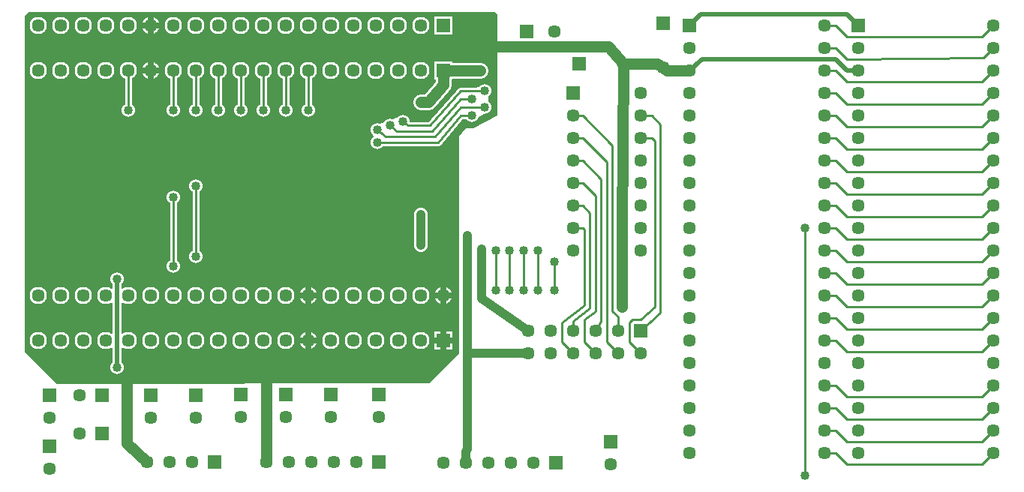
<source format=gbl>
%FSLAX46Y46*%
%MOIN*%
G01*
G75*
%ADD10C,0.040000*%
%ADD11C,0.060000*%
%ADD12C,0.057000*%
%ADD13C,0.077000*%
%AMTPC14*21,1,0.079000,0.028500,0.0,0.0,-90.000000*21,1,0.028500,0.079000,0.0,0.0,-90.000000*%
%ADD14TPC14*%
%AMTPC15*21,1,0.079000,0.028500,0.0,0.0,-270.000000*21,1,0.028500,0.079000,0.0,0.0,-270.000000*%
%ADD15TPC15*%
%AMRECT16*21,1,0.057000,0.057000,0.0,0.0,0.000000*%
%ADD16RECT16*%
%AMRECT17*21,1,0.077000,0.077000,0.0,0.0,0.000000*%
%ADD17RECT17*%
%AMRECT18*21,1,0.057000,0.057000,0.0,0.0,-90.000000*%
%ADD18RECT18*%
%AMRECT19*21,1,0.077000,0.077000,0.0,0.0,-90.000000*%
%ADD19RECT19*%
%AMRECT20*21,1,0.057000,0.057000,0.0,0.0,-180.000000*%
%ADD20RECT20*%
%AMRECT21*21,1,0.077000,0.077000,0.0,0.0,-180.000000*%
%ADD21RECT21*%
%AMRECT22*21,1,0.057000,0.057000,0.0,0.0,-270.000000*%
%ADD22RECT22*%
%AMRECT23*21,1,0.077000,0.077000,0.0,0.0,-270.000000*%
%ADD23RECT23*%
%ADD24C,0.010000*%
%ADD25C,0.030000*%
%ADD26C,0.020000*%
%ADD27C,0.040000*%
%ADD28C,0.050000*%
%ADD29C,0.070000*%
G01X1962500Y1662500D02*
G36*
X1962500Y700000D01*
X1831250Y568750D01*
X175000Y562500D01*
X31250Y706250D01*
X31250Y2200000D01*
X50000Y2218750D01*
X2118750Y2218750D01*
X2131250Y2206250D01*
X2131250Y1756250D01*
X2025000Y1700000D01*
X1993750Y1700000D01*
X1962500Y1662500D01*
G37*
%LPC*%
G01X1962500Y1756250D02*
G36*
X2037500Y1743750D01*
X2093750Y1775000D01*
X2093750Y1887500D01*
X1962500Y1875000D01*
X1962500Y1756250D01*
G37*
G01X481250Y987500D02*
G36*
X481250Y925000D01*
X406250Y925000D01*
X406250Y987500D01*
X481250Y987500D01*
G37*
G01X1750000Y1631250D02*
G36*
X1587500Y1631250D01*
X1575000Y1706250D01*
X1712500Y1756250D01*
X1750000Y1725000D01*
X1750000Y1631250D01*
G37*
G01X481250Y787500D02*
G36*
X481250Y725000D01*
X406250Y725000D01*
X406250Y787500D01*
X481250Y787500D01*
G37*
D11*
X1093750Y1781250D03*
X2187500Y981250D03*
X1193750Y1781250D03*
X443750Y1031250D03*
X2018750Y1756250D03*
X2125000Y981250D03*
X793750Y1131250D03*
X1293750Y1781250D03*
X2056250Y1956250D03*
X2250000Y981250D03*
X1793750Y1318750D03*
X3500000Y156250D03*
X693750Y1087500D03*
X1656250Y1712500D03*
X2187500Y1156250D03*
X1793750Y1818750D03*
X443750Y637500D03*
X3500000Y1256250D03*
X2000000Y1225000D03*
X2018750Y1831250D03*
X1600000Y1693750D03*
X1712500Y1731250D03*
X693750Y1781250D03*
X793750Y1781250D03*
X1600000Y1637500D03*
X893750Y1781250D03*
X2312500Y981250D03*
X1793750Y1181250D03*
X2387500Y981250D03*
X2387500Y1106250D03*
X2687500Y1156250D03*
X2075000Y1793750D03*
X2687500Y906250D03*
X2062500Y1162500D03*
X993750Y1781250D03*
X793750Y1443750D03*
X2250000Y1156250D03*
X2312500Y1156250D03*
X2075000Y1868750D03*
X693750Y1393750D03*
X493750Y1781250D03*
X2125000Y1156250D03*
D13*
X3587500Y2156250D03*
X2768750Y1656250D03*
X3587500Y1656250D03*
X2768750Y1256250D03*
X3587500Y1756250D03*
X4337500Y256250D03*
X3587500Y956250D03*
X3587500Y856250D03*
X2868750Y1970325D03*
X143750Y187500D03*
X3587500Y556250D03*
X3587500Y2056250D03*
X2768750Y1456250D03*
X993750Y418750D03*
X793750Y412500D03*
X3587500Y256250D03*
X4337500Y1756250D03*
X2768750Y1156250D03*
X4337500Y1856250D03*
X3587500Y356250D03*
X4337500Y2156250D03*
X2768750Y1556250D03*
X4337500Y1456250D03*
X4337500Y2056250D03*
X4337500Y756250D03*
X1606250Y418750D03*
X3587500Y1856250D03*
X143750Y412500D03*
X4337500Y1256250D03*
X4337500Y556250D03*
X2637500Y206250D03*
X1393750Y418750D03*
X4337500Y956250D03*
X4337500Y1556250D03*
X3587500Y1456250D03*
X3587500Y756250D03*
X4337500Y1956250D03*
X3587500Y656250D03*
X3587500Y1056250D03*
X3587500Y1956250D03*
X2768750Y1756250D03*
X3587500Y1556250D03*
X4337500Y456250D03*
X1193750Y418750D03*
X3587500Y1256250D03*
X3587500Y1156250D03*
X2768750Y1856250D03*
X4337500Y656250D03*
X4337500Y1156250D03*
X593750Y412500D03*
X3587500Y456250D03*
X4337500Y1356250D03*
X3587500Y1356250D03*
X4337500Y1056250D03*
X4337500Y1656250D03*
X4337500Y356250D03*
X4337500Y856250D03*
X2768750Y1356250D03*
X93750Y756250D03*
X1193750Y956250D03*
X193750Y756250D03*
X775000Y218750D03*
X193750Y956250D03*
X1593750Y956250D03*
X2568750Y700000D03*
X1293750Y2156250D03*
X793750Y756250D03*
X1793750Y956250D03*
X1093750Y2156250D03*
X593750Y2156250D03*
X493750Y2156250D03*
X2093750Y212500D03*
X2668750Y700000D03*
X1493750Y2156250D03*
X493750Y956250D03*
X93750Y2156250D03*
X1893750Y212500D03*
X275000Y512500D03*
X1506250Y218750D03*
X1293750Y956250D03*
X1793750Y2156250D03*
X1493750Y756250D03*
X1406250Y218750D03*
X593750Y756250D03*
X993750Y2156250D03*
X1206250Y218750D03*
X575000Y218750D03*
X493750Y756250D03*
X293750Y956250D03*
X893750Y956250D03*
X275000Y343750D03*
X693750Y756250D03*
X793750Y956250D03*
X2293750Y212500D03*
X1193750Y2156250D03*
X1306250Y218750D03*
X2468750Y700000D03*
X2768750Y700000D03*
X1393750Y756250D03*
X393750Y756250D03*
X2193750Y212500D03*
X693750Y956250D03*
X1193750Y756250D03*
X675000Y218750D03*
X1593750Y756250D03*
X193750Y2156250D03*
X393750Y2156250D03*
X993750Y756250D03*
X2268750Y700000D03*
X593750Y956250D03*
X1393750Y956250D03*
X1993750Y212500D03*
X1593750Y2156250D03*
X1293750Y756250D03*
X1493750Y956250D03*
X693750Y2156250D03*
X1093750Y756250D03*
X893750Y756250D03*
X1693750Y756250D03*
X1793750Y756250D03*
X393750Y956250D03*
X1393750Y2156250D03*
X1106250Y218750D03*
X1893750Y956250D03*
X293750Y2156250D03*
X93750Y956250D03*
X2368750Y700000D03*
X993750Y956250D03*
X1693750Y956250D03*
X793750Y2156250D03*
X293750Y756250D03*
X1093750Y956250D03*
X1693750Y2156250D03*
X893750Y2156250D03*
X3737500Y556250D03*
X3737500Y1956250D03*
X2987500Y856250D03*
X2468750Y1256250D03*
X3737500Y356250D03*
X2987500Y1856250D03*
X3737500Y1456250D03*
X2987500Y1156250D03*
X3737500Y756250D03*
X2987500Y1756250D03*
X2468750Y1656250D03*
X2987500Y656250D03*
X3737500Y1556250D03*
X3737500Y1656250D03*
X3737500Y1156250D03*
X2468750Y1456250D03*
X3737500Y456250D03*
X3737500Y1056250D03*
X2987500Y456250D03*
X2987500Y1356250D03*
X2987500Y756250D03*
X3737500Y1856250D03*
X3737500Y1756250D03*
X2987500Y956250D03*
X3737500Y856250D03*
X2987500Y1056250D03*
X2987500Y556250D03*
X2987500Y256250D03*
X2987500Y356250D03*
X2987500Y1456250D03*
X3737500Y256250D03*
X2468750Y1356250D03*
X2987500Y1656250D03*
X3737500Y1256250D03*
X3737500Y656250D03*
X2987500Y2056250D03*
X2987500Y1256250D03*
X3737500Y1356250D03*
X2468750Y1156250D03*
X2468750Y1556250D03*
X3737500Y2056250D03*
X2987500Y1556250D03*
X2468750Y1756250D03*
X2987500Y1956250D03*
X3737500Y956250D03*
X2368750Y800000D03*
X293750Y1956250D03*
X1193750Y1956250D03*
X2668750Y800000D03*
X1493750Y1956250D03*
X1793750Y1956250D03*
X1593750Y1956250D03*
X2692175Y1987500D03*
X493750Y1956250D03*
X2268750Y800000D03*
X2387500Y2131250D03*
X93750Y1956250D03*
X2468750Y800000D03*
X693750Y1956250D03*
X1693750Y1956250D03*
X2568750Y800000D03*
X1393750Y1956250D03*
X1293750Y1956250D03*
X593750Y1956250D03*
X993750Y1956250D03*
X1093750Y1956250D03*
X393750Y1956250D03*
X893750Y1956250D03*
X193750Y1956250D03*
X793750Y1956250D03*
D17*
X1193750Y518750D03*
X1393750Y518750D03*
X2637500Y306250D03*
X143750Y512500D03*
X593750Y512500D03*
X993750Y518750D03*
X1606250Y518750D03*
X2868750Y2167175D03*
X793750Y512500D03*
X143750Y287500D03*
D19*
X875000Y218750D03*
X2393750Y212500D03*
X375000Y343750D03*
X375000Y512500D03*
X1606250Y218750D03*
X1893750Y2156250D03*
X1893750Y756250D03*
D21*
X2987500Y2156250D03*
X2468750Y1856250D03*
X3737500Y2156250D03*
D23*
X2495325Y1987500D03*
X1893750Y1956250D03*
X2768750Y800000D03*
X2262500Y2131250D03*
D25*
X2512500Y1356250D02*
X2543750Y1325000D01*
X2831250Y1643750D02*
X2831250Y906250D01*
X2718750Y750000D02*
X2768750Y700000D01*
X3637500Y556250D02*
X3687500Y506250D01*
X1968750Y1756250D02*
X1868750Y1637500D01*
X3587500Y1156250D02*
X3637500Y1156250D01*
X2518750Y850000D02*
X2518750Y750000D01*
X2418750Y750000D02*
X2468750Y700000D01*
X2593750Y843750D02*
X2568750Y800000D01*
X2768750Y1656250D02*
X2818750Y1656250D01*
X3587500Y2056250D02*
X3637500Y2056250D01*
X3637500Y856250D02*
X3687500Y806250D01*
X3687500Y406250D02*
X4287500Y406250D01*
X3587500Y1056250D02*
X3637500Y1056250D01*
X3637500Y356250D02*
X3687500Y306250D01*
X2468750Y1756250D02*
X2512500Y1756250D01*
X2818750Y1656250D02*
X2831250Y1643750D01*
X2187500Y1156250D02*
X2187500Y981250D01*
X4287500Y1706250D02*
X4337500Y1756250D01*
X3637500Y956250D02*
X3687500Y906250D01*
X2818750Y1756250D02*
X2856250Y1718750D01*
X3587500Y256250D02*
X3637500Y256250D01*
X1831250Y1712500D02*
X1737500Y1712500D01*
X3637500Y1956250D02*
X3687500Y1906250D01*
X2518750Y912500D02*
X2418750Y837500D01*
X3687500Y1306250D02*
X4287500Y1306250D01*
X2568750Y1400000D02*
X2568750Y887500D01*
X3687500Y1906250D02*
X4287500Y1906250D01*
X493750Y1781250D02*
X493750Y1956250D01*
X3687500Y1706250D02*
X4287500Y1706250D01*
X3500000Y1256250D02*
X3500000Y156250D01*
X2718750Y837500D02*
X2718750Y750000D01*
X3587500Y956250D02*
X3637500Y956250D01*
X3687500Y906250D02*
X4287500Y906250D01*
X4287500Y1606250D02*
X4337500Y1656250D01*
X3637500Y1756250D02*
X3687500Y1706250D01*
X2643750Y887500D02*
X2668750Y862500D01*
X2543750Y1325000D02*
X2543750Y900000D01*
X3637500Y456250D02*
X3687500Y406250D01*
X793750Y1781250D02*
X793750Y1956250D01*
X1843750Y1687500D02*
X1687500Y1687500D01*
X2468750Y843750D02*
X2468750Y800000D01*
X4287500Y806250D02*
X4337500Y856250D01*
X2075000Y1793750D02*
X1968750Y1793750D01*
X3637500Y2156250D02*
X3687500Y2106250D01*
X4287500Y906250D02*
X4337500Y956250D01*
X2643750Y1625000D02*
X2643750Y887500D01*
X3587500Y1356250D02*
X3637500Y1356250D01*
X2075000Y1868750D02*
X1968750Y1868750D01*
X4287500Y706250D02*
X4337500Y756250D01*
X2018750Y1756250D02*
X1968750Y1756250D01*
X3687500Y2006250D02*
X4293750Y2012500D01*
X2856250Y881250D02*
X2768750Y800000D01*
X3687500Y1206250D02*
X4287500Y1206250D01*
X3587500Y1656250D02*
X3637500Y1656250D01*
X3587500Y456250D02*
X3637500Y456250D01*
X3637500Y756250D02*
X3687500Y706250D01*
X2418750Y837500D02*
X2418750Y750000D01*
X3637500Y1656250D02*
X3687500Y1606250D01*
X3587500Y856250D02*
X3637500Y856250D01*
X3687500Y1506250D02*
X4287500Y1506250D01*
X1293750Y1956250D02*
X1293750Y1781250D01*
X4293750Y2012500D02*
X4337500Y2056250D01*
X2512500Y1556250D02*
X2593750Y1475000D01*
X3587500Y1456250D02*
X3637500Y1456250D01*
X4287500Y1406250D02*
X4337500Y1456250D01*
X793750Y1131250D02*
X793750Y1443750D01*
X1093750Y1781250D02*
X1093750Y1956250D01*
X693750Y1781250D02*
X693750Y1956250D01*
X3687500Y1406250D02*
X4287500Y1406250D01*
X2518750Y750000D02*
X2568750Y700000D01*
X2250000Y1156250D02*
X2250000Y981250D01*
X3637500Y1456250D02*
X3687500Y1406250D01*
X1856250Y1662500D02*
X1637500Y1662500D01*
X2468750Y1456250D02*
X2512500Y1456250D01*
X3587500Y1956250D02*
X3637500Y1956250D01*
X2593750Y1475000D02*
X2593750Y843750D01*
X2125000Y981250D02*
X2125000Y1156250D01*
X4287500Y1206250D02*
X4337500Y1256250D01*
X4287500Y1906250D02*
X4337500Y1956250D01*
X1737500Y1712500D02*
X1712500Y1731250D01*
X2668750Y862500D02*
X2668750Y800000D01*
X2618750Y1550000D02*
X2618750Y750000D01*
X3637500Y1556250D02*
X3687500Y1506250D01*
X2018750Y1831250D02*
X1968750Y1831250D01*
X4287500Y1306250D02*
X4337500Y1356250D01*
X3687500Y2106250D02*
X4287500Y2106250D01*
X4287500Y206250D02*
X4337500Y256250D01*
X2618750Y750000D02*
X2668750Y700000D01*
X3587500Y1556250D02*
X3637500Y1556250D01*
X2768750Y850000D02*
X2731250Y850000D01*
X3687500Y1006250D02*
X4287500Y1006250D01*
X2512500Y1756250D02*
X2643750Y1625000D01*
X2512500Y1456250D02*
X2568750Y1400000D01*
X4287500Y2106250D02*
X4337500Y2156250D01*
X1193750Y1781250D02*
X1193750Y1956250D01*
X3687500Y706250D02*
X4287500Y706250D01*
X3587500Y1856250D02*
X3637500Y1856250D01*
X1968750Y1868750D02*
X1831250Y1712500D01*
X3687500Y306250D02*
X4287500Y306250D01*
X3687500Y1806250D02*
X4287500Y1806250D01*
X4287500Y1106250D02*
X4337500Y1156250D01*
X3687500Y806250D02*
X4287500Y806250D01*
X993750Y1781250D02*
X993750Y1956250D01*
X2468750Y1356250D02*
X2512500Y1356250D01*
X3637500Y1356250D02*
X3687500Y1306250D01*
X2518750Y1250000D02*
X2518750Y912500D01*
X4287500Y506250D02*
X4337500Y556250D01*
X2468750Y1656250D02*
X2512500Y1656250D01*
X893750Y1781250D02*
X893750Y1956250D01*
X2731250Y850000D02*
X2718750Y837500D01*
X2856250Y1718750D02*
X2856250Y881250D01*
X4287500Y306250D02*
X4337500Y356250D01*
X3637500Y1256250D02*
X3687500Y1206250D01*
X4287500Y1006250D02*
X4337500Y1056250D01*
X3587500Y556250D02*
X3637500Y556250D01*
X3687500Y1606250D02*
X4287500Y1606250D01*
X3587500Y356250D02*
X3637500Y356250D01*
X693750Y1087500D02*
X693750Y1393750D01*
X2312500Y1156250D02*
X2312500Y981250D01*
X2512500Y1256250D02*
X2518750Y1250000D01*
X2468750Y1556250D02*
X2512500Y1556250D01*
X2831250Y906250D02*
X2768750Y850000D01*
X3687500Y506250D02*
X4287500Y506250D01*
X4287500Y406250D02*
X4337500Y456250D01*
X1968750Y1831250D02*
X1843750Y1687500D01*
X4287500Y1506250D02*
X4337500Y1556250D01*
X1637500Y1662500D02*
X1600000Y1693750D01*
X2468750Y1256250D02*
X2512500Y1256250D01*
X2568750Y887500D02*
X2518750Y850000D01*
X3637500Y1856250D02*
X3687500Y1806250D01*
X2543750Y900000D02*
X2468750Y843750D01*
X1687500Y1687500D02*
X1656250Y1712500D01*
X3587500Y756250D02*
X3637500Y756250D01*
X1868750Y1637500D02*
X1600000Y1637500D01*
X1968750Y1793750D02*
X1856250Y1662500D01*
X3587500Y1256250D02*
X3637500Y1256250D01*
X3587500Y2156250D02*
X3637500Y2156250D01*
X4287500Y1806250D02*
X4337500Y1856250D01*
X3637500Y2056250D02*
X3687500Y2006250D01*
X3637500Y1056250D02*
X3687500Y1006250D01*
X3587500Y1756250D02*
X3637500Y1756250D01*
X2768750Y1756250D02*
X2818750Y1756250D01*
X3637500Y256250D02*
X3687500Y206250D01*
X2387500Y981250D02*
X2387500Y1106250D01*
X3687500Y1106250D02*
X4287500Y1106250D01*
X3637500Y1156250D02*
X3687500Y1106250D01*
X2512500Y1656250D02*
X2618750Y1550000D01*
X3687500Y206250D02*
X4287500Y206250D01*
D27*
X2987500Y1956250D02*
X3043750Y2006250D01*
X3737500Y1956250D02*
X3687500Y1956250D01*
X3037500Y2206250D02*
X2987500Y2156250D01*
X3737500Y2156250D02*
X3687500Y2206250D01*
X443750Y1031250D02*
X443750Y637500D01*
X3687500Y1956250D02*
X3637500Y2006250D01*
X3637500Y2006250D02*
X3043750Y2006250D01*
X3687500Y2206250D02*
X3037500Y2206250D01*
D11*
X2062500Y943750D02*
X2268750Y800000D01*
X2268750Y700000D02*
X2000000Y700000D01*
X1793750Y1318750D02*
X1793750Y1181250D01*
X2062500Y1162500D02*
X2062500Y943750D01*
X1993750Y262500D02*
X1993750Y212500D01*
X2000000Y700000D02*
X2000000Y275000D01*
X2000000Y700000D02*
X2000000Y1225000D01*
X2000000Y275000D02*
X1993750Y262500D01*
D29*
X2987500Y1956250D02*
X2887500Y1956250D01*
X2687500Y906250D02*
X2687500Y1156250D01*
X2687500Y1256250D02*
X2692175Y1987500D01*
X1893750Y1893750D02*
X1893750Y1956250D01*
X1793750Y1818750D02*
X1825000Y1818750D01*
X2843750Y1987500D02*
X2868750Y1970325D01*
X2887500Y1956250D02*
X2868750Y1970325D01*
X2692175Y1987500D02*
X2843750Y1987500D01*
X1893750Y1956250D02*
X2056250Y1956250D01*
X2625000Y2062500D02*
X2692175Y1987500D01*
X575000Y218750D02*
X487500Y300000D01*
X1825000Y1818750D02*
X1893750Y1893750D01*
X2687500Y1256250D02*
X2687500Y1156250D01*
%LPD*%
D10*
X1093750Y1781250D03*
X2187500Y981250D03*
X1193750Y1781250D03*
X443750Y1031250D03*
X2018750Y1756250D03*
X2125000Y981250D03*
X793750Y1131250D03*
X1293750Y1781250D03*
X2056250Y1956250D03*
X2250000Y981250D03*
X1793750Y1318750D03*
X3500000Y156250D03*
X693750Y1087500D03*
X1656250Y1712500D03*
X2187500Y1156250D03*
X1793750Y1818750D03*
X443750Y637500D03*
X3500000Y1256250D03*
X2000000Y1225000D03*
X2018750Y1831250D03*
X1600000Y1693750D03*
X1712500Y1731250D03*
X693750Y1781250D03*
X793750Y1781250D03*
X1600000Y1637500D03*
X893750Y1781250D03*
X2312500Y981250D03*
X1793750Y1181250D03*
X2387500Y981250D03*
X2387500Y1106250D03*
X2687500Y1156250D03*
X2075000Y1793750D03*
X2687500Y906250D03*
X2062500Y1162500D03*
X993750Y1781250D03*
X793750Y1443750D03*
X2250000Y1156250D03*
X2312500Y1156250D03*
X2075000Y1868750D03*
X693750Y1393750D03*
X493750Y1781250D03*
X2125000Y1156250D03*
D12*
X3587500Y2156250D03*
X2768750Y1656250D03*
X3587500Y1656250D03*
X2768750Y1256250D03*
X3587500Y1756250D03*
X4337500Y256250D03*
X3587500Y956250D03*
X3587500Y856250D03*
X2868750Y1970325D03*
X143750Y187500D03*
X3587500Y556250D03*
X3587500Y2056250D03*
X2768750Y1456250D03*
X993750Y418750D03*
X793750Y412500D03*
X3587500Y256250D03*
X4337500Y1756250D03*
X2768750Y1156250D03*
X4337500Y1856250D03*
X3587500Y356250D03*
X4337500Y2156250D03*
X2768750Y1556250D03*
X4337500Y1456250D03*
X4337500Y2056250D03*
X4337500Y756250D03*
X1606250Y418750D03*
X3587500Y1856250D03*
X143750Y412500D03*
X4337500Y1256250D03*
X4337500Y556250D03*
X2637500Y206250D03*
X1393750Y418750D03*
X4337500Y956250D03*
X4337500Y1556250D03*
X3587500Y1456250D03*
X3587500Y756250D03*
X4337500Y1956250D03*
X3587500Y656250D03*
X3587500Y1056250D03*
X3587500Y1956250D03*
X2768750Y1756250D03*
X3587500Y1556250D03*
X4337500Y456250D03*
X1193750Y418750D03*
X3587500Y1256250D03*
X3587500Y1156250D03*
X2768750Y1856250D03*
X4337500Y656250D03*
X4337500Y1156250D03*
X593750Y412500D03*
X3587500Y456250D03*
X4337500Y1356250D03*
X3587500Y1356250D03*
X4337500Y1056250D03*
X4337500Y1656250D03*
X4337500Y356250D03*
X4337500Y856250D03*
X2768750Y1356250D03*
X93750Y756250D03*
X1193750Y956250D03*
X193750Y756250D03*
X775000Y218750D03*
X193750Y956250D03*
X1593750Y956250D03*
X2568750Y700000D03*
X1293750Y2156250D03*
X793750Y756250D03*
X1793750Y956250D03*
X1093750Y2156250D03*
X593750Y2156250D03*
D14*
X593750Y2156250D03*
D12*
X493750Y2156250D03*
X2093750Y212500D03*
X2668750Y700000D03*
X1493750Y2156250D03*
X493750Y956250D03*
X93750Y2156250D03*
X1893750Y212500D03*
X275000Y512500D03*
X1506250Y218750D03*
X1293750Y956250D03*
D14*
X1293750Y956250D03*
D12*
X1793750Y2156250D03*
X1493750Y756250D03*
X1406250Y218750D03*
X593750Y756250D03*
X993750Y2156250D03*
X1206250Y218750D03*
X575000Y218750D03*
X493750Y756250D03*
X293750Y956250D03*
X893750Y956250D03*
X275000Y343750D03*
X693750Y756250D03*
X793750Y956250D03*
X2293750Y212500D03*
X1193750Y2156250D03*
X1306250Y218750D03*
X2468750Y700000D03*
X2768750Y700000D03*
X1393750Y756250D03*
X393750Y756250D03*
X2193750Y212500D03*
X693750Y956250D03*
X1193750Y756250D03*
X675000Y218750D03*
X1593750Y756250D03*
X193750Y2156250D03*
X393750Y2156250D03*
X993750Y756250D03*
X2268750Y700000D03*
X593750Y956250D03*
X1393750Y956250D03*
X1993750Y212500D03*
X1593750Y2156250D03*
X1293750Y756250D03*
D14*
X1293750Y756250D03*
D12*
X1493750Y956250D03*
X693750Y2156250D03*
X1093750Y756250D03*
X893750Y756250D03*
X1693750Y756250D03*
X1793750Y756250D03*
X393750Y956250D03*
X1393750Y2156250D03*
X1106250Y218750D03*
X1893750Y956250D03*
D14*
X1893750Y956250D03*
D12*
X293750Y2156250D03*
X93750Y956250D03*
X2368750Y700000D03*
X993750Y956250D03*
X1693750Y956250D03*
X793750Y2156250D03*
X293750Y756250D03*
X1093750Y956250D03*
X1693750Y2156250D03*
X893750Y2156250D03*
X3737500Y556250D03*
X3737500Y1956250D03*
X2987500Y856250D03*
X2468750Y1256250D03*
X3737500Y356250D03*
X2987500Y1856250D03*
X3737500Y1456250D03*
X2987500Y1156250D03*
X3737500Y756250D03*
X2987500Y1756250D03*
X2468750Y1656250D03*
X2987500Y656250D03*
X3737500Y1556250D03*
X3737500Y1656250D03*
X3737500Y1156250D03*
X2468750Y1456250D03*
X3737500Y456250D03*
X3737500Y1056250D03*
X2987500Y456250D03*
X2987500Y1356250D03*
X2987500Y756250D03*
X3737500Y1856250D03*
X3737500Y1756250D03*
X2987500Y956250D03*
X3737500Y856250D03*
X2987500Y1056250D03*
X2987500Y556250D03*
X2987500Y256250D03*
X2987500Y356250D03*
X2987500Y1456250D03*
X3737500Y256250D03*
X2468750Y1356250D03*
X2987500Y1656250D03*
X3737500Y1256250D03*
X3737500Y656250D03*
X2987500Y2056250D03*
X2987500Y1256250D03*
X3737500Y1356250D03*
X2468750Y1156250D03*
X2468750Y1556250D03*
X3737500Y2056250D03*
X2987500Y1556250D03*
X2468750Y1756250D03*
X2987500Y1956250D03*
X3737500Y956250D03*
X2368750Y800000D03*
X293750Y1956250D03*
X1193750Y1956250D03*
X2668750Y800000D03*
X1493750Y1956250D03*
X1793750Y1956250D03*
X1593750Y1956250D03*
X2692175Y1987500D03*
X493750Y1956250D03*
X2268750Y800000D03*
X2387500Y2131250D03*
X93750Y1956250D03*
X2468750Y800000D03*
X693750Y1956250D03*
X1693750Y1956250D03*
X2568750Y800000D03*
X1393750Y1956250D03*
X1293750Y1956250D03*
X593750Y1956250D03*
D15*
X593750Y1956250D03*
D12*
X993750Y1956250D03*
X1093750Y1956250D03*
X393750Y1956250D03*
X893750Y1956250D03*
X193750Y1956250D03*
X793750Y1956250D03*
D16*
X1193750Y518750D03*
X1393750Y518750D03*
X2637500Y306250D03*
X143750Y512500D03*
X593750Y512500D03*
X993750Y518750D03*
X1606250Y518750D03*
X2868750Y2167175D03*
X793750Y512500D03*
X143750Y287500D03*
D18*
X875000Y218750D03*
X2393750Y212500D03*
X375000Y343750D03*
X375000Y512500D03*
X1606250Y218750D03*
X1893750Y2156250D03*
X1893750Y756250D03*
D14*
X1893750Y756250D03*
D20*
X2987500Y2156250D03*
X2468750Y1856250D03*
X3737500Y2156250D03*
D22*
X2495325Y1987500D03*
X1893750Y1956250D03*
X2768750Y800000D03*
X2262500Y2131250D03*
D24*
X2512500Y1356250D02*
X2543750Y1325000D01*
X2831250Y1643750D02*
X2831250Y906250D01*
X2718750Y750000D02*
X2768750Y700000D01*
X3637500Y556250D02*
X3687500Y506250D01*
X1968750Y1756250D02*
X1868750Y1637500D01*
X3587500Y1156250D02*
X3637500Y1156250D01*
X2518750Y850000D02*
X2518750Y750000D01*
X2418750Y750000D02*
X2468750Y700000D01*
X2593750Y843750D02*
X2568750Y800000D01*
X2768750Y1656250D02*
X2818750Y1656250D01*
X3587500Y2056250D02*
X3637500Y2056250D01*
X3637500Y856250D02*
X3687500Y806250D01*
X3687500Y406250D02*
X4287500Y406250D01*
X3587500Y1056250D02*
X3637500Y1056250D01*
X3637500Y356250D02*
X3687500Y306250D01*
X2468750Y1756250D02*
X2512500Y1756250D01*
X2818750Y1656250D02*
X2831250Y1643750D01*
X2187500Y1156250D02*
X2187500Y981250D01*
X4287500Y1706250D02*
X4337500Y1756250D01*
X3637500Y956250D02*
X3687500Y906250D01*
X2818750Y1756250D02*
X2856250Y1718750D01*
X3587500Y256250D02*
X3637500Y256250D01*
X1831250Y1712500D02*
X1737500Y1712500D01*
X3637500Y1956250D02*
X3687500Y1906250D01*
X2518750Y912500D02*
X2418750Y837500D01*
X3687500Y1306250D02*
X4287500Y1306250D01*
X2568750Y1400000D02*
X2568750Y887500D01*
X3687500Y1906250D02*
X4287500Y1906250D01*
X493750Y1781250D02*
X493750Y1956250D01*
X3687500Y1706250D02*
X4287500Y1706250D01*
X3500000Y1256250D02*
X3500000Y156250D01*
X2718750Y837500D02*
X2718750Y750000D01*
X3587500Y956250D02*
X3637500Y956250D01*
X3687500Y906250D02*
X4287500Y906250D01*
X4287500Y1606250D02*
X4337500Y1656250D01*
X3637500Y1756250D02*
X3687500Y1706250D01*
X2643750Y887500D02*
X2668750Y862500D01*
X2543750Y1325000D02*
X2543750Y900000D01*
X3637500Y456250D02*
X3687500Y406250D01*
X793750Y1781250D02*
X793750Y1956250D01*
X1843750Y1687500D02*
X1687500Y1687500D01*
X2468750Y843750D02*
X2468750Y800000D01*
X4287500Y806250D02*
X4337500Y856250D01*
X2075000Y1793750D02*
X1968750Y1793750D01*
X3637500Y2156250D02*
X3687500Y2106250D01*
X4287500Y906250D02*
X4337500Y956250D01*
X2643750Y1625000D02*
X2643750Y887500D01*
X3587500Y1356250D02*
X3637500Y1356250D01*
X2075000Y1868750D02*
X1968750Y1868750D01*
X4287500Y706250D02*
X4337500Y756250D01*
X2018750Y1756250D02*
X1968750Y1756250D01*
X3687500Y2006250D02*
X4293750Y2012500D01*
X2856250Y881250D02*
X2768750Y800000D01*
X3687500Y1206250D02*
X4287500Y1206250D01*
X3587500Y1656250D02*
X3637500Y1656250D01*
X3587500Y456250D02*
X3637500Y456250D01*
X3637500Y756250D02*
X3687500Y706250D01*
X2418750Y837500D02*
X2418750Y750000D01*
X3637500Y1656250D02*
X3687500Y1606250D01*
X3587500Y856250D02*
X3637500Y856250D01*
X3687500Y1506250D02*
X4287500Y1506250D01*
X1293750Y1956250D02*
X1293750Y1781250D01*
X4293750Y2012500D02*
X4337500Y2056250D01*
X2512500Y1556250D02*
X2593750Y1475000D01*
X3587500Y1456250D02*
X3637500Y1456250D01*
X4287500Y1406250D02*
X4337500Y1456250D01*
X793750Y1131250D02*
X793750Y1443750D01*
X1093750Y1781250D02*
X1093750Y1956250D01*
X693750Y1781250D02*
X693750Y1956250D01*
X3687500Y1406250D02*
X4287500Y1406250D01*
X2518750Y750000D02*
X2568750Y700000D01*
X2250000Y1156250D02*
X2250000Y981250D01*
X3637500Y1456250D02*
X3687500Y1406250D01*
X1856250Y1662500D02*
X1637500Y1662500D01*
X2468750Y1456250D02*
X2512500Y1456250D01*
X3587500Y1956250D02*
X3637500Y1956250D01*
X2593750Y1475000D02*
X2593750Y843750D01*
X2125000Y981250D02*
X2125000Y1156250D01*
X4287500Y1206250D02*
X4337500Y1256250D01*
X4287500Y1906250D02*
X4337500Y1956250D01*
X1737500Y1712500D02*
X1712500Y1731250D01*
X2668750Y862500D02*
X2668750Y800000D01*
X2618750Y1550000D02*
X2618750Y750000D01*
X3637500Y1556250D02*
X3687500Y1506250D01*
X2018750Y1831250D02*
X1968750Y1831250D01*
X4287500Y1306250D02*
X4337500Y1356250D01*
X3687500Y2106250D02*
X4287500Y2106250D01*
X4287500Y206250D02*
X4337500Y256250D01*
X2618750Y750000D02*
X2668750Y700000D01*
X3587500Y1556250D02*
X3637500Y1556250D01*
X2768750Y850000D02*
X2731250Y850000D01*
X3687500Y1006250D02*
X4287500Y1006250D01*
X2512500Y1756250D02*
X2643750Y1625000D01*
X2512500Y1456250D02*
X2568750Y1400000D01*
X4287500Y2106250D02*
X4337500Y2156250D01*
X1193750Y1781250D02*
X1193750Y1956250D01*
X3687500Y706250D02*
X4287500Y706250D01*
X3587500Y1856250D02*
X3637500Y1856250D01*
X1968750Y1868750D02*
X1831250Y1712500D01*
X3687500Y306250D02*
X4287500Y306250D01*
X3687500Y1806250D02*
X4287500Y1806250D01*
X4287500Y1106250D02*
X4337500Y1156250D01*
X3687500Y806250D02*
X4287500Y806250D01*
X993750Y1781250D02*
X993750Y1956250D01*
X2468750Y1356250D02*
X2512500Y1356250D01*
X3637500Y1356250D02*
X3687500Y1306250D01*
X2518750Y1250000D02*
X2518750Y912500D01*
X4287500Y506250D02*
X4337500Y556250D01*
X2468750Y1656250D02*
X2512500Y1656250D01*
X893750Y1781250D02*
X893750Y1956250D01*
X2731250Y850000D02*
X2718750Y837500D01*
X2856250Y1718750D02*
X2856250Y881250D01*
X4287500Y306250D02*
X4337500Y356250D01*
X3637500Y1256250D02*
X3687500Y1206250D01*
X4287500Y1006250D02*
X4337500Y1056250D01*
X3587500Y556250D02*
X3637500Y556250D01*
X3687500Y1606250D02*
X4287500Y1606250D01*
X3587500Y356250D02*
X3637500Y356250D01*
X693750Y1087500D02*
X693750Y1393750D01*
X2312500Y1156250D02*
X2312500Y981250D01*
X2512500Y1256250D02*
X2518750Y1250000D01*
X2468750Y1556250D02*
X2512500Y1556250D01*
X2831250Y906250D02*
X2768750Y850000D01*
X3687500Y506250D02*
X4287500Y506250D01*
X4287500Y406250D02*
X4337500Y456250D01*
X1968750Y1831250D02*
X1843750Y1687500D01*
X4287500Y1506250D02*
X4337500Y1556250D01*
X1637500Y1662500D02*
X1600000Y1693750D01*
X2468750Y1256250D02*
X2512500Y1256250D01*
X2568750Y887500D02*
X2518750Y850000D01*
X3637500Y1856250D02*
X3687500Y1806250D01*
X2543750Y900000D02*
X2468750Y843750D01*
X1687500Y1687500D02*
X1656250Y1712500D01*
X3587500Y756250D02*
X3637500Y756250D01*
X1868750Y1637500D02*
X1600000Y1637500D01*
X1968750Y1793750D02*
X1856250Y1662500D01*
X3587500Y1256250D02*
X3637500Y1256250D01*
X3587500Y2156250D02*
X3637500Y2156250D01*
X4287500Y1806250D02*
X4337500Y1856250D01*
X3637500Y2056250D02*
X3687500Y2006250D01*
X3637500Y1056250D02*
X3687500Y1006250D01*
X3587500Y1756250D02*
X3637500Y1756250D01*
X2768750Y1756250D02*
X2818750Y1756250D01*
X3637500Y256250D02*
X3687500Y206250D01*
X2387500Y981250D02*
X2387500Y1106250D01*
X3687500Y1106250D02*
X4287500Y1106250D01*
X3637500Y1156250D02*
X3687500Y1106250D01*
X2512500Y1656250D02*
X2618750Y1550000D01*
X3687500Y206250D02*
X4287500Y206250D01*
D26*
X2987500Y1956250D02*
X3043750Y2006250D01*
X3737500Y1956250D02*
X3687500Y1956250D01*
X3037500Y2206250D02*
X2987500Y2156250D01*
X3737500Y2156250D02*
X3687500Y2206250D01*
X443750Y1031250D02*
X443750Y637500D01*
X3687500Y1956250D02*
X3637500Y2006250D01*
X3637500Y2006250D02*
X3043750Y2006250D01*
X3687500Y2206250D02*
X3037500Y2206250D01*
D10*
X2062500Y943750D02*
X2268750Y800000D01*
X2268750Y700000D02*
X2000000Y700000D01*
X1793750Y1318750D02*
X1793750Y1181250D01*
X2062500Y1162500D02*
X2062500Y943750D01*
X1993750Y262500D02*
X1993750Y212500D01*
X2000000Y700000D02*
X2000000Y275000D01*
X2000000Y700000D02*
X2000000Y1225000D01*
X2000000Y275000D02*
X1993750Y262500D01*
D28*
X2987500Y1956250D02*
X2887500Y1956250D01*
X2687500Y906250D02*
X2687500Y1156250D01*
X2687500Y1256250D02*
X2692175Y1987500D01*
X1893750Y1893750D02*
X1893750Y1956250D01*
X1793750Y1818750D02*
X1825000Y1818750D01*
X2843750Y1987500D02*
X2868750Y1970325D01*
X2887500Y1956250D02*
X2868750Y1970325D01*
X2692175Y1987500D02*
X2843750Y1987500D01*
X1893750Y1956250D02*
X2056250Y1956250D01*
X2625000Y2062500D02*
X2692175Y1987500D01*
X487500Y300000D02*
X487500Y575000D01*
X575000Y218750D02*
X487500Y300000D01*
X1825000Y1818750D02*
X1893750Y1893750D01*
X2625000Y2062500D02*
X2093750Y2062500D01*
X1106250Y218750D02*
X1106250Y575000D01*
X2687500Y1256250D02*
X2687500Y1156250D01*
M02*

</source>
